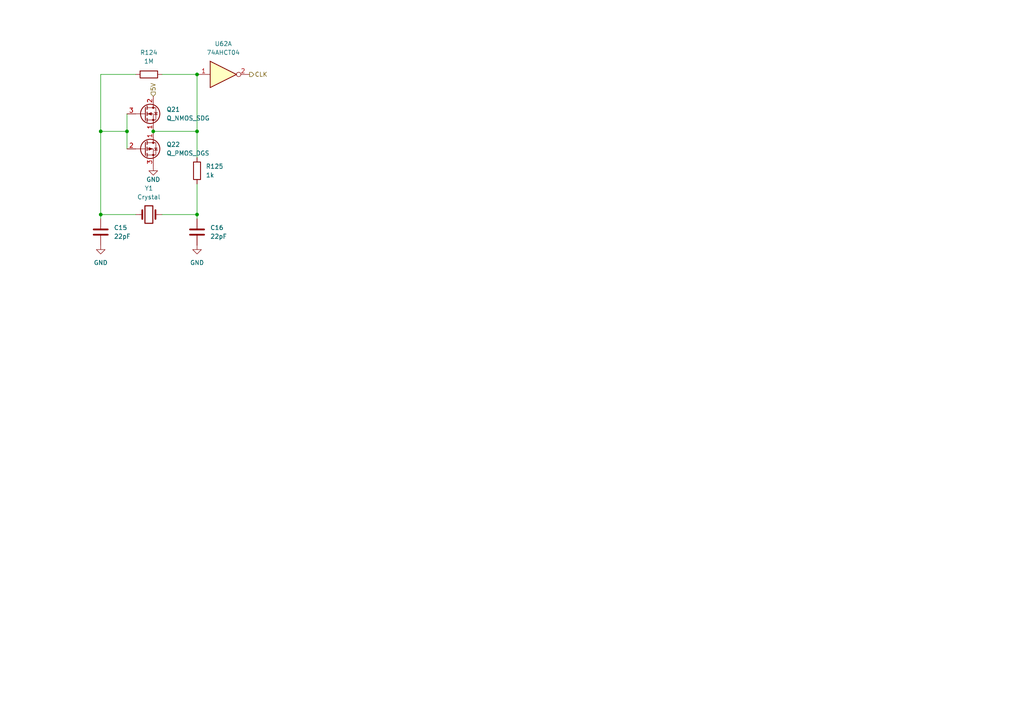
<source format=kicad_sch>
(kicad_sch (version 20230121) (generator eeschema)

  (uuid d57a82e1-7d46-4aa7-bff9-5eca4ccb90de)

  (paper "A4")

  (lib_symbols
    (symbol "74xx:74AHCT04" (in_bom yes) (on_board yes)
      (property "Reference" "U" (at 0 1.27 0)
        (effects (font (size 1.27 1.27)))
      )
      (property "Value" "74AHCT04" (at 0 -1.27 0)
        (effects (font (size 1.27 1.27)))
      )
      (property "Footprint" "" (at 0 0 0)
        (effects (font (size 1.27 1.27)) hide)
      )
      (property "Datasheet" "https://assets.nexperia.com/documents/data-sheet/74AHC_AHCT04.pdf" (at 0 0 0)
        (effects (font (size 1.27 1.27)) hide)
      )
      (property "ki_locked" "" (at 0 0 0)
        (effects (font (size 1.27 1.27)))
      )
      (property "ki_keywords" "AHCTMOS not inv" (at 0 0 0)
        (effects (font (size 1.27 1.27)) hide)
      )
      (property "ki_description" "Hex Inverter" (at 0 0 0)
        (effects (font (size 1.27 1.27)) hide)
      )
      (property "ki_fp_filters" "DIP*W7.62mm* SSOP?14* TSSOP?14*" (at 0 0 0)
        (effects (font (size 1.27 1.27)) hide)
      )
      (symbol "74AHCT04_1_0"
        (polyline
          (pts
            (xy -3.81 3.81)
            (xy -3.81 -3.81)
            (xy 3.81 0)
            (xy -3.81 3.81)
          )
          (stroke (width 0.254) (type default))
          (fill (type background))
        )
        (pin input line (at -7.62 0 0) (length 3.81)
          (name "~" (effects (font (size 1.27 1.27))))
          (number "1" (effects (font (size 1.27 1.27))))
        )
        (pin output inverted (at 7.62 0 180) (length 3.81)
          (name "~" (effects (font (size 1.27 1.27))))
          (number "2" (effects (font (size 1.27 1.27))))
        )
      )
      (symbol "74AHCT04_2_0"
        (polyline
          (pts
            (xy -3.81 3.81)
            (xy -3.81 -3.81)
            (xy 3.81 0)
            (xy -3.81 3.81)
          )
          (stroke (width 0.254) (type default))
          (fill (type background))
        )
        (pin input line (at -7.62 0 0) (length 3.81)
          (name "~" (effects (font (size 1.27 1.27))))
          (number "3" (effects (font (size 1.27 1.27))))
        )
        (pin output inverted (at 7.62 0 180) (length 3.81)
          (name "~" (effects (font (size 1.27 1.27))))
          (number "4" (effects (font (size 1.27 1.27))))
        )
      )
      (symbol "74AHCT04_3_0"
        (polyline
          (pts
            (xy -3.81 3.81)
            (xy -3.81 -3.81)
            (xy 3.81 0)
            (xy -3.81 3.81)
          )
          (stroke (width 0.254) (type default))
          (fill (type background))
        )
        (pin input line (at -7.62 0 0) (length 3.81)
          (name "~" (effects (font (size 1.27 1.27))))
          (number "5" (effects (font (size 1.27 1.27))))
        )
        (pin output inverted (at 7.62 0 180) (length 3.81)
          (name "~" (effects (font (size 1.27 1.27))))
          (number "6" (effects (font (size 1.27 1.27))))
        )
      )
      (symbol "74AHCT04_4_0"
        (polyline
          (pts
            (xy -3.81 3.81)
            (xy -3.81 -3.81)
            (xy 3.81 0)
            (xy -3.81 3.81)
          )
          (stroke (width 0.254) (type default))
          (fill (type background))
        )
        (pin output inverted (at 7.62 0 180) (length 3.81)
          (name "~" (effects (font (size 1.27 1.27))))
          (number "8" (effects (font (size 1.27 1.27))))
        )
        (pin input line (at -7.62 0 0) (length 3.81)
          (name "~" (effects (font (size 1.27 1.27))))
          (number "9" (effects (font (size 1.27 1.27))))
        )
      )
      (symbol "74AHCT04_5_0"
        (polyline
          (pts
            (xy -3.81 3.81)
            (xy -3.81 -3.81)
            (xy 3.81 0)
            (xy -3.81 3.81)
          )
          (stroke (width 0.254) (type default))
          (fill (type background))
        )
        (pin output inverted (at 7.62 0 180) (length 3.81)
          (name "~" (effects (font (size 1.27 1.27))))
          (number "10" (effects (font (size 1.27 1.27))))
        )
        (pin input line (at -7.62 0 0) (length 3.81)
          (name "~" (effects (font (size 1.27 1.27))))
          (number "11" (effects (font (size 1.27 1.27))))
        )
      )
      (symbol "74AHCT04_6_0"
        (polyline
          (pts
            (xy -3.81 3.81)
            (xy -3.81 -3.81)
            (xy 3.81 0)
            (xy -3.81 3.81)
          )
          (stroke (width 0.254) (type default))
          (fill (type background))
        )
        (pin output inverted (at 7.62 0 180) (length 3.81)
          (name "~" (effects (font (size 1.27 1.27))))
          (number "12" (effects (font (size 1.27 1.27))))
        )
        (pin input line (at -7.62 0 0) (length 3.81)
          (name "~" (effects (font (size 1.27 1.27))))
          (number "13" (effects (font (size 1.27 1.27))))
        )
      )
      (symbol "74AHCT04_7_0"
        (pin power_in line (at 0 12.7 270) (length 5.08)
          (name "VCC" (effects (font (size 1.27 1.27))))
          (number "14" (effects (font (size 1.27 1.27))))
        )
        (pin power_in line (at 0 -12.7 90) (length 5.08)
          (name "GND" (effects (font (size 1.27 1.27))))
          (number "7" (effects (font (size 1.27 1.27))))
        )
      )
      (symbol "74AHCT04_7_1"
        (rectangle (start -5.08 7.62) (end 5.08 -7.62)
          (stroke (width 0.254) (type default))
          (fill (type background))
        )
      )
    )
    (symbol "Device:C" (pin_numbers hide) (pin_names (offset 0.254)) (in_bom yes) (on_board yes)
      (property "Reference" "C" (at 0.635 2.54 0)
        (effects (font (size 1.27 1.27)) (justify left))
      )
      (property "Value" "C" (at 0.635 -2.54 0)
        (effects (font (size 1.27 1.27)) (justify left))
      )
      (property "Footprint" "" (at 0.9652 -3.81 0)
        (effects (font (size 1.27 1.27)) hide)
      )
      (property "Datasheet" "~" (at 0 0 0)
        (effects (font (size 1.27 1.27)) hide)
      )
      (property "ki_keywords" "cap capacitor" (at 0 0 0)
        (effects (font (size 1.27 1.27)) hide)
      )
      (property "ki_description" "Unpolarized capacitor" (at 0 0 0)
        (effects (font (size 1.27 1.27)) hide)
      )
      (property "ki_fp_filters" "C_*" (at 0 0 0)
        (effects (font (size 1.27 1.27)) hide)
      )
      (symbol "C_0_1"
        (polyline
          (pts
            (xy -2.032 -0.762)
            (xy 2.032 -0.762)
          )
          (stroke (width 0.508) (type default))
          (fill (type none))
        )
        (polyline
          (pts
            (xy -2.032 0.762)
            (xy 2.032 0.762)
          )
          (stroke (width 0.508) (type default))
          (fill (type none))
        )
      )
      (symbol "C_1_1"
        (pin passive line (at 0 3.81 270) (length 2.794)
          (name "~" (effects (font (size 1.27 1.27))))
          (number "1" (effects (font (size 1.27 1.27))))
        )
        (pin passive line (at 0 -3.81 90) (length 2.794)
          (name "~" (effects (font (size 1.27 1.27))))
          (number "2" (effects (font (size 1.27 1.27))))
        )
      )
    )
    (symbol "Device:Crystal" (pin_numbers hide) (pin_names (offset 1.016) hide) (in_bom yes) (on_board yes)
      (property "Reference" "Y" (at 0 3.81 0)
        (effects (font (size 1.27 1.27)))
      )
      (property "Value" "Crystal" (at 0 -3.81 0)
        (effects (font (size 1.27 1.27)))
      )
      (property "Footprint" "" (at 0 0 0)
        (effects (font (size 1.27 1.27)) hide)
      )
      (property "Datasheet" "~" (at 0 0 0)
        (effects (font (size 1.27 1.27)) hide)
      )
      (property "ki_keywords" "quartz ceramic resonator oscillator" (at 0 0 0)
        (effects (font (size 1.27 1.27)) hide)
      )
      (property "ki_description" "Two pin crystal" (at 0 0 0)
        (effects (font (size 1.27 1.27)) hide)
      )
      (property "ki_fp_filters" "Crystal*" (at 0 0 0)
        (effects (font (size 1.27 1.27)) hide)
      )
      (symbol "Crystal_0_1"
        (rectangle (start -1.143 2.54) (end 1.143 -2.54)
          (stroke (width 0.3048) (type default))
          (fill (type none))
        )
        (polyline
          (pts
            (xy -2.54 0)
            (xy -1.905 0)
          )
          (stroke (width 0) (type default))
          (fill (type none))
        )
        (polyline
          (pts
            (xy -1.905 -1.27)
            (xy -1.905 1.27)
          )
          (stroke (width 0.508) (type default))
          (fill (type none))
        )
        (polyline
          (pts
            (xy 1.905 -1.27)
            (xy 1.905 1.27)
          )
          (stroke (width 0.508) (type default))
          (fill (type none))
        )
        (polyline
          (pts
            (xy 2.54 0)
            (xy 1.905 0)
          )
          (stroke (width 0) (type default))
          (fill (type none))
        )
      )
      (symbol "Crystal_1_1"
        (pin passive line (at -3.81 0 0) (length 1.27)
          (name "1" (effects (font (size 1.27 1.27))))
          (number "1" (effects (font (size 1.27 1.27))))
        )
        (pin passive line (at 3.81 0 180) (length 1.27)
          (name "2" (effects (font (size 1.27 1.27))))
          (number "2" (effects (font (size 1.27 1.27))))
        )
      )
    )
    (symbol "Device:Q_NMOS_SDG" (pin_names (offset 0) hide) (in_bom yes) (on_board yes)
      (property "Reference" "Q" (at 5.08 1.27 0)
        (effects (font (size 1.27 1.27)) (justify left))
      )
      (property "Value" "Q_NMOS_SDG" (at 5.08 -1.27 0)
        (effects (font (size 1.27 1.27)) (justify left))
      )
      (property "Footprint" "" (at 5.08 2.54 0)
        (effects (font (size 1.27 1.27)) hide)
      )
      (property "Datasheet" "~" (at 0 0 0)
        (effects (font (size 1.27 1.27)) hide)
      )
      (property "ki_keywords" "transistor NMOS N-MOS N-MOSFET" (at 0 0 0)
        (effects (font (size 1.27 1.27)) hide)
      )
      (property "ki_description" "N-MOSFET transistor, source/drain/gate" (at 0 0 0)
        (effects (font (size 1.27 1.27)) hide)
      )
      (symbol "Q_NMOS_SDG_0_1"
        (polyline
          (pts
            (xy 0.254 0)
            (xy -2.54 0)
          )
          (stroke (width 0) (type default))
          (fill (type none))
        )
        (polyline
          (pts
            (xy 0.254 1.905)
            (xy 0.254 -1.905)
          )
          (stroke (width 0.254) (type default))
          (fill (type none))
        )
        (polyline
          (pts
            (xy 0.762 -1.27)
            (xy 0.762 -2.286)
          )
          (stroke (width 0.254) (type default))
          (fill (type none))
        )
        (polyline
          (pts
            (xy 0.762 0.508)
            (xy 0.762 -0.508)
          )
          (stroke (width 0.254) (type default))
          (fill (type none))
        )
        (polyline
          (pts
            (xy 0.762 2.286)
            (xy 0.762 1.27)
          )
          (stroke (width 0.254) (type default))
          (fill (type none))
        )
        (polyline
          (pts
            (xy 2.54 2.54)
            (xy 2.54 1.778)
          )
          (stroke (width 0) (type default))
          (fill (type none))
        )
        (polyline
          (pts
            (xy 2.54 -2.54)
            (xy 2.54 0)
            (xy 0.762 0)
          )
          (stroke (width 0) (type default))
          (fill (type none))
        )
        (polyline
          (pts
            (xy 0.762 -1.778)
            (xy 3.302 -1.778)
            (xy 3.302 1.778)
            (xy 0.762 1.778)
          )
          (stroke (width 0) (type default))
          (fill (type none))
        )
        (polyline
          (pts
            (xy 1.016 0)
            (xy 2.032 0.381)
            (xy 2.032 -0.381)
            (xy 1.016 0)
          )
          (stroke (width 0) (type default))
          (fill (type outline))
        )
        (polyline
          (pts
            (xy 2.794 0.508)
            (xy 2.921 0.381)
            (xy 3.683 0.381)
            (xy 3.81 0.254)
          )
          (stroke (width 0) (type default))
          (fill (type none))
        )
        (polyline
          (pts
            (xy 3.302 0.381)
            (xy 2.921 -0.254)
            (xy 3.683 -0.254)
            (xy 3.302 0.381)
          )
          (stroke (width 0) (type default))
          (fill (type none))
        )
        (circle (center 1.651 0) (radius 2.794)
          (stroke (width 0.254) (type default))
          (fill (type none))
        )
        (circle (center 2.54 -1.778) (radius 0.254)
          (stroke (width 0) (type default))
          (fill (type outline))
        )
        (circle (center 2.54 1.778) (radius 0.254)
          (stroke (width 0) (type default))
          (fill (type outline))
        )
      )
      (symbol "Q_NMOS_SDG_1_1"
        (pin passive line (at 2.54 -5.08 90) (length 2.54)
          (name "S" (effects (font (size 1.27 1.27))))
          (number "1" (effects (font (size 1.27 1.27))))
        )
        (pin passive line (at 2.54 5.08 270) (length 2.54)
          (name "D" (effects (font (size 1.27 1.27))))
          (number "2" (effects (font (size 1.27 1.27))))
        )
        (pin input line (at -5.08 0 0) (length 2.54)
          (name "G" (effects (font (size 1.27 1.27))))
          (number "3" (effects (font (size 1.27 1.27))))
        )
      )
    )
    (symbol "Device:Q_PMOS_DGS" (pin_names (offset 0) hide) (in_bom yes) (on_board yes)
      (property "Reference" "Q" (at 5.08 1.27 0)
        (effects (font (size 1.27 1.27)) (justify left))
      )
      (property "Value" "Q_PMOS_DGS" (at 5.08 -1.27 0)
        (effects (font (size 1.27 1.27)) (justify left))
      )
      (property "Footprint" "" (at 5.08 2.54 0)
        (effects (font (size 1.27 1.27)) hide)
      )
      (property "Datasheet" "~" (at 0 0 0)
        (effects (font (size 1.27 1.27)) hide)
      )
      (property "ki_keywords" "transistor PMOS P-MOS P-MOSFET" (at 0 0 0)
        (effects (font (size 1.27 1.27)) hide)
      )
      (property "ki_description" "P-MOSFET transistor, drain/gate/source" (at 0 0 0)
        (effects (font (size 1.27 1.27)) hide)
      )
      (symbol "Q_PMOS_DGS_0_1"
        (polyline
          (pts
            (xy 0.254 0)
            (xy -2.54 0)
          )
          (stroke (width 0) (type default))
          (fill (type none))
        )
        (polyline
          (pts
            (xy 0.254 1.905)
            (xy 0.254 -1.905)
          )
          (stroke (width 0.254) (type default))
          (fill (type none))
        )
        (polyline
          (pts
            (xy 0.762 -1.27)
            (xy 0.762 -2.286)
          )
          (stroke (width 0.254) (type default))
          (fill (type none))
        )
        (polyline
          (pts
            (xy 0.762 0.508)
            (xy 0.762 -0.508)
          )
          (stroke (width 0.254) (type default))
          (fill (type none))
        )
        (polyline
          (pts
            (xy 0.762 2.286)
            (xy 0.762 1.27)
          )
          (stroke (width 0.254) (type default))
          (fill (type none))
        )
        (polyline
          (pts
            (xy 2.54 2.54)
            (xy 2.54 1.778)
          )
          (stroke (width 0) (type default))
          (fill (type none))
        )
        (polyline
          (pts
            (xy 2.54 -2.54)
            (xy 2.54 0)
            (xy 0.762 0)
          )
          (stroke (width 0) (type default))
          (fill (type none))
        )
        (polyline
          (pts
            (xy 0.762 1.778)
            (xy 3.302 1.778)
            (xy 3.302 -1.778)
            (xy 0.762 -1.778)
          )
          (stroke (width 0) (type default))
          (fill (type none))
        )
        (polyline
          (pts
            (xy 2.286 0)
            (xy 1.27 0.381)
            (xy 1.27 -0.381)
            (xy 2.286 0)
          )
          (stroke (width 0) (type default))
          (fill (type outline))
        )
        (polyline
          (pts
            (xy 2.794 -0.508)
            (xy 2.921 -0.381)
            (xy 3.683 -0.381)
            (xy 3.81 -0.254)
          )
          (stroke (width 0) (type default))
          (fill (type none))
        )
        (polyline
          (pts
            (xy 3.302 -0.381)
            (xy 2.921 0.254)
            (xy 3.683 0.254)
            (xy 3.302 -0.381)
          )
          (stroke (width 0) (type default))
          (fill (type none))
        )
        (circle (center 1.651 0) (radius 2.794)
          (stroke (width 0.254) (type default))
          (fill (type none))
        )
        (circle (center 2.54 -1.778) (radius 0.254)
          (stroke (width 0) (type default))
          (fill (type outline))
        )
        (circle (center 2.54 1.778) (radius 0.254)
          (stroke (width 0) (type default))
          (fill (type outline))
        )
      )
      (symbol "Q_PMOS_DGS_1_1"
        (pin passive line (at 2.54 5.08 270) (length 2.54)
          (name "D" (effects (font (size 1.27 1.27))))
          (number "1" (effects (font (size 1.27 1.27))))
        )
        (pin input line (at -5.08 0 0) (length 2.54)
          (name "G" (effects (font (size 1.27 1.27))))
          (number "2" (effects (font (size 1.27 1.27))))
        )
        (pin passive line (at 2.54 -5.08 90) (length 2.54)
          (name "S" (effects (font (size 1.27 1.27))))
          (number "3" (effects (font (size 1.27 1.27))))
        )
      )
    )
    (symbol "Device:R" (pin_numbers hide) (pin_names (offset 0)) (in_bom yes) (on_board yes)
      (property "Reference" "R" (at 2.032 0 90)
        (effects (font (size 1.27 1.27)))
      )
      (property "Value" "R" (at 0 0 90)
        (effects (font (size 1.27 1.27)))
      )
      (property "Footprint" "" (at -1.778 0 90)
        (effects (font (size 1.27 1.27)) hide)
      )
      (property "Datasheet" "~" (at 0 0 0)
        (effects (font (size 1.27 1.27)) hide)
      )
      (property "ki_keywords" "R res resistor" (at 0 0 0)
        (effects (font (size 1.27 1.27)) hide)
      )
      (property "ki_description" "Resistor" (at 0 0 0)
        (effects (font (size 1.27 1.27)) hide)
      )
      (property "ki_fp_filters" "R_*" (at 0 0 0)
        (effects (font (size 1.27 1.27)) hide)
      )
      (symbol "R_0_1"
        (rectangle (start -1.016 -2.54) (end 1.016 2.54)
          (stroke (width 0.254) (type default))
          (fill (type none))
        )
      )
      (symbol "R_1_1"
        (pin passive line (at 0 3.81 270) (length 1.27)
          (name "~" (effects (font (size 1.27 1.27))))
          (number "1" (effects (font (size 1.27 1.27))))
        )
        (pin passive line (at 0 -3.81 90) (length 1.27)
          (name "~" (effects (font (size 1.27 1.27))))
          (number "2" (effects (font (size 1.27 1.27))))
        )
      )
    )
    (symbol "power:GND" (power) (pin_names (offset 0)) (in_bom yes) (on_board yes)
      (property "Reference" "#PWR" (at 0 -6.35 0)
        (effects (font (size 1.27 1.27)) hide)
      )
      (property "Value" "GND" (at 0 -3.81 0)
        (effects (font (size 1.27 1.27)))
      )
      (property "Footprint" "" (at 0 0 0)
        (effects (font (size 1.27 1.27)) hide)
      )
      (property "Datasheet" "" (at 0 0 0)
        (effects (font (size 1.27 1.27)) hide)
      )
      (property "ki_keywords" "global power" (at 0 0 0)
        (effects (font (size 1.27 1.27)) hide)
      )
      (property "ki_description" "Power symbol creates a global label with name \"GND\" , ground" (at 0 0 0)
        (effects (font (size 1.27 1.27)) hide)
      )
      (symbol "GND_0_1"
        (polyline
          (pts
            (xy 0 0)
            (xy 0 -1.27)
            (xy 1.27 -1.27)
            (xy 0 -2.54)
            (xy -1.27 -1.27)
            (xy 0 -1.27)
          )
          (stroke (width 0) (type default))
          (fill (type none))
        )
      )
      (symbol "GND_1_1"
        (pin power_in line (at 0 0 270) (length 0) hide
          (name "GND" (effects (font (size 1.27 1.27))))
          (number "1" (effects (font (size 1.27 1.27))))
        )
      )
    )
  )

  (junction (at 29.21 38.1) (diameter 0) (color 0 0 0 0)
    (uuid 456bde54-a43a-4c36-80db-2ecf0673d002)
  )
  (junction (at 57.15 21.59) (diameter 0) (color 0 0 0 0)
    (uuid 5a331e7c-87b1-49e5-83b0-c696b869e3e4)
  )
  (junction (at 57.15 62.23) (diameter 0) (color 0 0 0 0)
    (uuid 7c6dddf9-5c17-4e29-99a5-6f70f4b96ac3)
  )
  (junction (at 44.45 38.1) (diameter 0) (color 0 0 0 0)
    (uuid 7cfabf56-d03a-4826-ae96-f7a1f815e6f0)
  )
  (junction (at 29.21 62.23) (diameter 0) (color 0 0 0 0)
    (uuid c3ce2c6c-edb1-428c-8a4e-94c290ce79a5)
  )
  (junction (at 36.83 38.1) (diameter 0) (color 0 0 0 0)
    (uuid e03b4df1-8634-4317-a7ed-4e4512ea362d)
  )
  (junction (at 57.15 38.1) (diameter 0) (color 0 0 0 0)
    (uuid e554b0ad-c27f-4874-81b2-d0687116528d)
  )

  (wire (pts (xy 29.21 38.1) (xy 29.21 62.23))
    (stroke (width 0) (type default))
    (uuid 0fe84f2b-4a0c-472e-a10d-c5f9289f67ef)
  )
  (wire (pts (xy 57.15 53.34) (xy 57.15 62.23))
    (stroke (width 0) (type default))
    (uuid 349d8c44-543f-4b6b-bd96-3e72610c989b)
  )
  (wire (pts (xy 46.99 21.59) (xy 57.15 21.59))
    (stroke (width 0) (type default))
    (uuid 38b5c2ef-bef3-4e80-b8cd-eb167eba38a7)
  )
  (wire (pts (xy 44.45 38.1) (xy 57.15 38.1))
    (stroke (width 0) (type default))
    (uuid 439bcf3f-2a33-4d9d-b880-4287a6f6017b)
  )
  (wire (pts (xy 57.15 21.59) (xy 57.15 38.1))
    (stroke (width 0) (type default))
    (uuid 47ff6fd7-9183-4ea5-bc36-4534ba7274c5)
  )
  (wire (pts (xy 29.21 21.59) (xy 39.37 21.59))
    (stroke (width 0) (type default))
    (uuid 515acab4-c526-416b-8273-d6359533d7d9)
  )
  (wire (pts (xy 29.21 21.59) (xy 29.21 38.1))
    (stroke (width 0) (type default))
    (uuid 8ac4e508-7bcb-4a3e-abbc-e97bd7746fd6)
  )
  (wire (pts (xy 57.15 38.1) (xy 57.15 45.72))
    (stroke (width 0) (type default))
    (uuid 92d90260-e637-4944-b1a3-52c73ffe8822)
  )
  (wire (pts (xy 46.99 62.23) (xy 57.15 62.23))
    (stroke (width 0) (type default))
    (uuid a22adc21-a60e-4a1d-a626-05c2aba6da5f)
  )
  (wire (pts (xy 29.21 62.23) (xy 39.37 62.23))
    (stroke (width 0) (type default))
    (uuid bb4f4242-f747-4adb-971c-2dc56c7eb883)
  )
  (wire (pts (xy 57.15 62.23) (xy 57.15 63.5))
    (stroke (width 0) (type default))
    (uuid be736210-682c-4fc6-8ccc-6aad341b5015)
  )
  (wire (pts (xy 29.21 38.1) (xy 36.83 38.1))
    (stroke (width 0) (type default))
    (uuid c4e91b3a-8dc7-4deb-afe9-dadb6d1ba14b)
  )
  (wire (pts (xy 36.83 38.1) (xy 36.83 43.18))
    (stroke (width 0) (type default))
    (uuid eebd9d3c-eb4a-4d6a-a313-cd8991cab0cf)
  )
  (wire (pts (xy 36.83 33.02) (xy 36.83 38.1))
    (stroke (width 0) (type default))
    (uuid fd232f44-be3e-4987-aa4f-2c80b08a6586)
  )
  (wire (pts (xy 29.21 62.23) (xy 29.21 63.5))
    (stroke (width 0) (type default))
    (uuid fe45b5af-c03c-4697-bef8-2bb54ea59c0b)
  )

  (hierarchical_label "5V" (shape input) (at 44.45 27.94 90) (fields_autoplaced)
    (effects (font (size 1.27 1.27)) (justify left))
    (uuid 0d2ef8be-426f-434f-8d31-87d7378944f1)
  )
  (hierarchical_label "CLK" (shape output) (at 72.39 21.59 0) (fields_autoplaced)
    (effects (font (size 1.27 1.27)) (justify left))
    (uuid 31ca371d-8677-422e-9c39-d4eda31802f8)
  )

  (symbol (lib_id "Device:Q_NMOS_SDG") (at 41.91 33.02 0) (unit 1)
    (in_bom yes) (on_board yes) (dnp no) (fields_autoplaced)
    (uuid 0848f265-532d-4b2f-bc04-649cb8eb20d7)
    (property "Reference" "Q21" (at 48.26 31.75 0)
      (effects (font (size 1.27 1.27)) (justify left))
    )
    (property "Value" "Q_NMOS_SDG" (at 48.26 34.29 0)
      (effects (font (size 1.27 1.27)) (justify left))
    )
    (property "Footprint" "" (at 46.99 30.48 0)
      (effects (font (size 1.27 1.27)) hide)
    )
    (property "Datasheet" "~" (at 41.91 33.02 0)
      (effects (font (size 1.27 1.27)) hide)
    )
    (pin "1" (uuid 22413872-0582-4130-b3c6-71c5f86a2b24))
    (pin "2" (uuid 98ddbb95-351f-406f-a888-bc574d15f377))
    (pin "3" (uuid 2ce7e198-6b64-4823-8f74-6ab256343392))
    (instances
      (project "szinti"
        (path "/c9b1620a-569f-4770-8753-fedfc7271ef5/4e4dea23-2f17-463b-9ca5-2828f8ff861a/ed3cc555-50b5-44e0-8c1e-af2f6c45dfc7"
          (reference "Q21") (unit 1)
        )
      )
    )
  )

  (symbol (lib_id "Device:C") (at 57.15 67.31 0) (unit 1)
    (in_bom yes) (on_board yes) (dnp no) (fields_autoplaced)
    (uuid 2a028b6e-4afd-4f6a-a005-88e5a40d5d6a)
    (property "Reference" "C16" (at 60.96 66.04 0)
      (effects (font (size 1.27 1.27)) (justify left))
    )
    (property "Value" "22pF" (at 60.96 68.58 0)
      (effects (font (size 1.27 1.27)) (justify left))
    )
    (property "Footprint" "" (at 58.1152 71.12 0)
      (effects (font (size 1.27 1.27)) hide)
    )
    (property "Datasheet" "~" (at 57.15 67.31 0)
      (effects (font (size 1.27 1.27)) hide)
    )
    (pin "1" (uuid 9852fa11-da4b-4601-be87-895d301d3ffb))
    (pin "2" (uuid 631080e7-205c-4f65-94df-51d86be4acfe))
    (instances
      (project "szinti"
        (path "/c9b1620a-569f-4770-8753-fedfc7271ef5/4e4dea23-2f17-463b-9ca5-2828f8ff861a/ed3cc555-50b5-44e0-8c1e-af2f6c45dfc7"
          (reference "C16") (unit 1)
        )
      )
    )
  )

  (symbol (lib_id "power:GND") (at 57.15 71.12 0) (unit 1)
    (in_bom yes) (on_board yes) (dnp no) (fields_autoplaced)
    (uuid 62a3ebf9-0a08-4bad-9927-ae96e27402c4)
    (property "Reference" "#PWR068" (at 57.15 77.47 0)
      (effects (font (size 1.27 1.27)) hide)
    )
    (property "Value" "GND" (at 57.15 76.2 0)
      (effects (font (size 1.27 1.27)))
    )
    (property "Footprint" "" (at 57.15 71.12 0)
      (effects (font (size 1.27 1.27)) hide)
    )
    (property "Datasheet" "" (at 57.15 71.12 0)
      (effects (font (size 1.27 1.27)) hide)
    )
    (pin "1" (uuid 4907004b-0e6b-417c-bab5-02f28845192a))
    (instances
      (project "szinti"
        (path "/c9b1620a-569f-4770-8753-fedfc7271ef5/4e4dea23-2f17-463b-9ca5-2828f8ff861a/ed3cc555-50b5-44e0-8c1e-af2f6c45dfc7"
          (reference "#PWR068") (unit 1)
        )
      )
    )
  )

  (symbol (lib_id "74xx:74AHCT04") (at 64.77 21.59 0) (unit 1)
    (in_bom yes) (on_board yes) (dnp no) (fields_autoplaced)
    (uuid 8a4ba2ce-8021-4f36-85ad-09061056a706)
    (property "Reference" "U62" (at 64.77 12.7 0)
      (effects (font (size 1.27 1.27)))
    )
    (property "Value" "74AHCT04" (at 64.77 15.24 0)
      (effects (font (size 1.27 1.27)))
    )
    (property "Footprint" "" (at 64.77 21.59 0)
      (effects (font (size 1.27 1.27)) hide)
    )
    (property "Datasheet" "https://assets.nexperia.com/documents/data-sheet/74AHC_AHCT04.pdf" (at 64.77 21.59 0)
      (effects (font (size 1.27 1.27)) hide)
    )
    (pin "1" (uuid c39bd38e-3bd9-400b-ac62-05fe96cb0066))
    (pin "2" (uuid 4298b66f-1249-462f-9736-d3a271d10ab2))
    (pin "3" (uuid a32a9bf2-76ed-4044-a74b-6bba9a8698ed))
    (pin "4" (uuid f0198c7c-8e9c-4cff-9902-ad5df04f71a8))
    (pin "5" (uuid f7b43d34-f8bd-4f5e-95a9-e160b3822122))
    (pin "6" (uuid 90b65381-3219-4547-83c8-0c06f2930406))
    (pin "8" (uuid 912c5e17-3879-414f-a489-8c2132c0f263))
    (pin "9" (uuid a1277216-8c5a-4362-8a10-fab9f7b88cfe))
    (pin "10" (uuid 29c16742-0f9c-41a5-a3bb-cb459e8bc433))
    (pin "11" (uuid 37ad51de-9a85-4f0f-8adb-3daa78e956f5))
    (pin "12" (uuid 055d3785-d9ce-4a8c-b31c-6001029f468f))
    (pin "13" (uuid 0e0f7fc4-cfa2-4b2c-8434-623a86428a9b))
    (pin "14" (uuid b071cbae-e317-455f-95a7-f0395d99ef09))
    (pin "7" (uuid d27e3ffa-b7f9-4ab5-888c-2c3ce44cc06e))
    (instances
      (project "szinti"
        (path "/c9b1620a-569f-4770-8753-fedfc7271ef5/4e4dea23-2f17-463b-9ca5-2828f8ff861a/ed3cc555-50b5-44e0-8c1e-af2f6c45dfc7"
          (reference "U62") (unit 1)
        )
      )
    )
  )

  (symbol (lib_id "Device:R") (at 57.15 49.53 0) (unit 1)
    (in_bom yes) (on_board yes) (dnp no) (fields_autoplaced)
    (uuid 94683058-040f-4f05-b8f1-1438ce8a09eb)
    (property "Reference" "R125" (at 59.69 48.26 0)
      (effects (font (size 1.27 1.27)) (justify left))
    )
    (property "Value" "1k" (at 59.69 50.8 0)
      (effects (font (size 1.27 1.27)) (justify left))
    )
    (property "Footprint" "" (at 55.372 49.53 90)
      (effects (font (size 1.27 1.27)) hide)
    )
    (property "Datasheet" "~" (at 57.15 49.53 0)
      (effects (font (size 1.27 1.27)) hide)
    )
    (pin "1" (uuid 9c6f5558-7e03-4a0e-9aeb-5e29d77a34e0))
    (pin "2" (uuid 4318a90f-3391-4f61-aa60-084405535986))
    (instances
      (project "szinti"
        (path "/c9b1620a-569f-4770-8753-fedfc7271ef5/4e4dea23-2f17-463b-9ca5-2828f8ff861a/ed3cc555-50b5-44e0-8c1e-af2f6c45dfc7"
          (reference "R125") (unit 1)
        )
      )
    )
  )

  (symbol (lib_id "Device:Crystal") (at 43.18 62.23 0) (unit 1)
    (in_bom yes) (on_board yes) (dnp no) (fields_autoplaced)
    (uuid 9c28eb63-5cd3-49c1-a693-f689959d9a7f)
    (property "Reference" "Y1" (at 43.18 54.61 0)
      (effects (font (size 1.27 1.27)))
    )
    (property "Value" "Crystal" (at 43.18 57.15 0)
      (effects (font (size 1.27 1.27)))
    )
    (property "Footprint" "" (at 43.18 62.23 0)
      (effects (font (size 1.27 1.27)) hide)
    )
    (property "Datasheet" "~" (at 43.18 62.23 0)
      (effects (font (size 1.27 1.27)) hide)
    )
    (pin "1" (uuid 6a627999-ed2d-4e80-a9b4-c92ac89be58b))
    (pin "2" (uuid 8c2dd200-78a0-4003-97e3-9a3a5caa50ec))
    (instances
      (project "szinti"
        (path "/c9b1620a-569f-4770-8753-fedfc7271ef5/4e4dea23-2f17-463b-9ca5-2828f8ff861a/ed3cc555-50b5-44e0-8c1e-af2f6c45dfc7"
          (reference "Y1") (unit 1)
        )
      )
    )
  )

  (symbol (lib_id "power:GND") (at 44.45 48.26 0) (unit 1)
    (in_bom yes) (on_board yes) (dnp no)
    (uuid c1a72f3a-fa66-4bd7-a41f-8fd3f935312d)
    (property "Reference" "#PWR067" (at 44.45 54.61 0)
      (effects (font (size 1.27 1.27)) hide)
    )
    (property "Value" "GND" (at 44.45 52.07 0)
      (effects (font (size 1.27 1.27)))
    )
    (property "Footprint" "" (at 44.45 48.26 0)
      (effects (font (size 1.27 1.27)) hide)
    )
    (property "Datasheet" "" (at 44.45 48.26 0)
      (effects (font (size 1.27 1.27)) hide)
    )
    (pin "1" (uuid 44ac3d43-f310-4f32-bf03-241b21f00682))
    (instances
      (project "szinti"
        (path "/c9b1620a-569f-4770-8753-fedfc7271ef5/4e4dea23-2f17-463b-9ca5-2828f8ff861a/ed3cc555-50b5-44e0-8c1e-af2f6c45dfc7"
          (reference "#PWR067") (unit 1)
        )
      )
    )
  )

  (symbol (lib_id "Device:Q_PMOS_DGS") (at 41.91 43.18 0) (unit 1)
    (in_bom yes) (on_board yes) (dnp no) (fields_autoplaced)
    (uuid d52db2b8-0bd3-4f43-ba61-a8e25528de28)
    (property "Reference" "Q22" (at 48.26 41.91 0)
      (effects (font (size 1.27 1.27)) (justify left))
    )
    (property "Value" "Q_PMOS_DGS" (at 48.26 44.45 0)
      (effects (font (size 1.27 1.27)) (justify left))
    )
    (property "Footprint" "" (at 46.99 40.64 0)
      (effects (font (size 1.27 1.27)) hide)
    )
    (property "Datasheet" "~" (at 41.91 43.18 0)
      (effects (font (size 1.27 1.27)) hide)
    )
    (pin "1" (uuid 80f7cd06-66e8-4207-86e3-6b431d07ba76))
    (pin "2" (uuid b1a6aab7-b1f7-4783-b757-43180e8f0b55))
    (pin "3" (uuid 3d3d92e4-1ae6-46d4-bf02-53db7aead67b))
    (instances
      (project "szinti"
        (path "/c9b1620a-569f-4770-8753-fedfc7271ef5/4e4dea23-2f17-463b-9ca5-2828f8ff861a/ed3cc555-50b5-44e0-8c1e-af2f6c45dfc7"
          (reference "Q22") (unit 1)
        )
      )
    )
  )

  (symbol (lib_id "Device:C") (at 29.21 67.31 0) (unit 1)
    (in_bom yes) (on_board yes) (dnp no) (fields_autoplaced)
    (uuid d6abd928-6b28-4d16-ad05-28915722e98c)
    (property "Reference" "C15" (at 33.02 66.04 0)
      (effects (font (size 1.27 1.27)) (justify left))
    )
    (property "Value" "22pF" (at 33.02 68.58 0)
      (effects (font (size 1.27 1.27)) (justify left))
    )
    (property "Footprint" "" (at 30.1752 71.12 0)
      (effects (font (size 1.27 1.27)) hide)
    )
    (property "Datasheet" "~" (at 29.21 67.31 0)
      (effects (font (size 1.27 1.27)) hide)
    )
    (pin "1" (uuid e318371d-e61f-4145-ba91-55f992038066))
    (pin "2" (uuid 14f1219f-a55e-4053-9da5-49bab40b45bf))
    (instances
      (project "szinti"
        (path "/c9b1620a-569f-4770-8753-fedfc7271ef5/4e4dea23-2f17-463b-9ca5-2828f8ff861a/ed3cc555-50b5-44e0-8c1e-af2f6c45dfc7"
          (reference "C15") (unit 1)
        )
      )
    )
  )

  (symbol (lib_id "power:GND") (at 29.21 71.12 0) (unit 1)
    (in_bom yes) (on_board yes) (dnp no) (fields_autoplaced)
    (uuid e61c25a8-6aac-4a45-b245-bfd0a667df44)
    (property "Reference" "#PWR066" (at 29.21 77.47 0)
      (effects (font (size 1.27 1.27)) hide)
    )
    (property "Value" "GND" (at 29.21 76.2 0)
      (effects (font (size 1.27 1.27)))
    )
    (property "Footprint" "" (at 29.21 71.12 0)
      (effects (font (size 1.27 1.27)) hide)
    )
    (property "Datasheet" "" (at 29.21 71.12 0)
      (effects (font (size 1.27 1.27)) hide)
    )
    (pin "1" (uuid 25e6c7fe-4a0f-43ed-ad07-5024a00f2d5a))
    (instances
      (project "szinti"
        (path "/c9b1620a-569f-4770-8753-fedfc7271ef5/4e4dea23-2f17-463b-9ca5-2828f8ff861a/ed3cc555-50b5-44e0-8c1e-af2f6c45dfc7"
          (reference "#PWR066") (unit 1)
        )
      )
    )
  )

  (symbol (lib_id "Device:R") (at 43.18 21.59 90) (unit 1)
    (in_bom yes) (on_board yes) (dnp no) (fields_autoplaced)
    (uuid ee14cf57-8f3a-4f50-a254-7d0ad8d834ff)
    (property "Reference" "R124" (at 43.18 15.24 90)
      (effects (font (size 1.27 1.27)))
    )
    (property "Value" "1M" (at 43.18 17.78 90)
      (effects (font (size 1.27 1.27)))
    )
    (property "Footprint" "" (at 43.18 23.368 90)
      (effects (font (size 1.27 1.27)) hide)
    )
    (property "Datasheet" "~" (at 43.18 21.59 0)
      (effects (font (size 1.27 1.27)) hide)
    )
    (pin "1" (uuid 2b8b4330-c500-422b-a905-d329f9a440be))
    (pin "2" (uuid 6e1366c1-e086-47b6-8b16-a0bdab651068))
    (instances
      (project "szinti"
        (path "/c9b1620a-569f-4770-8753-fedfc7271ef5/4e4dea23-2f17-463b-9ca5-2828f8ff861a/ed3cc555-50b5-44e0-8c1e-af2f6c45dfc7"
          (reference "R124") (unit 1)
        )
      )
    )
  )
)

</source>
